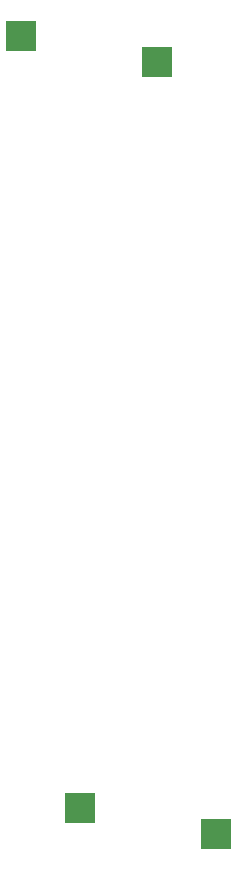
<source format=gbr>
G04 #@! TF.GenerationSoftware,KiCad,Pcbnew,9.0.2*
G04 #@! TF.CreationDate,2025-12-18T00:12:00-05:00*
G04 #@! TF.ProjectId,Trackball,54726163-6b62-4616-9c6c-2e6b69636164,rev?*
G04 #@! TF.SameCoordinates,Original*
G04 #@! TF.FileFunction,Paste,Bot*
G04 #@! TF.FilePolarity,Positive*
%FSLAX46Y46*%
G04 Gerber Fmt 4.6, Leading zero omitted, Abs format (unit mm)*
G04 Created by KiCad (PCBNEW 9.0.2) date 2025-12-18 00:12:00*
%MOMM*%
%LPD*%
G01*
G04 APERTURE LIST*
%ADD10R,2.600000X2.600000*%
G04 APERTURE END LIST*
D10*
X152725000Y-133514000D03*
X164275000Y-135714000D03*
X159275000Y-70386000D03*
X147725000Y-68186000D03*
M02*

</source>
